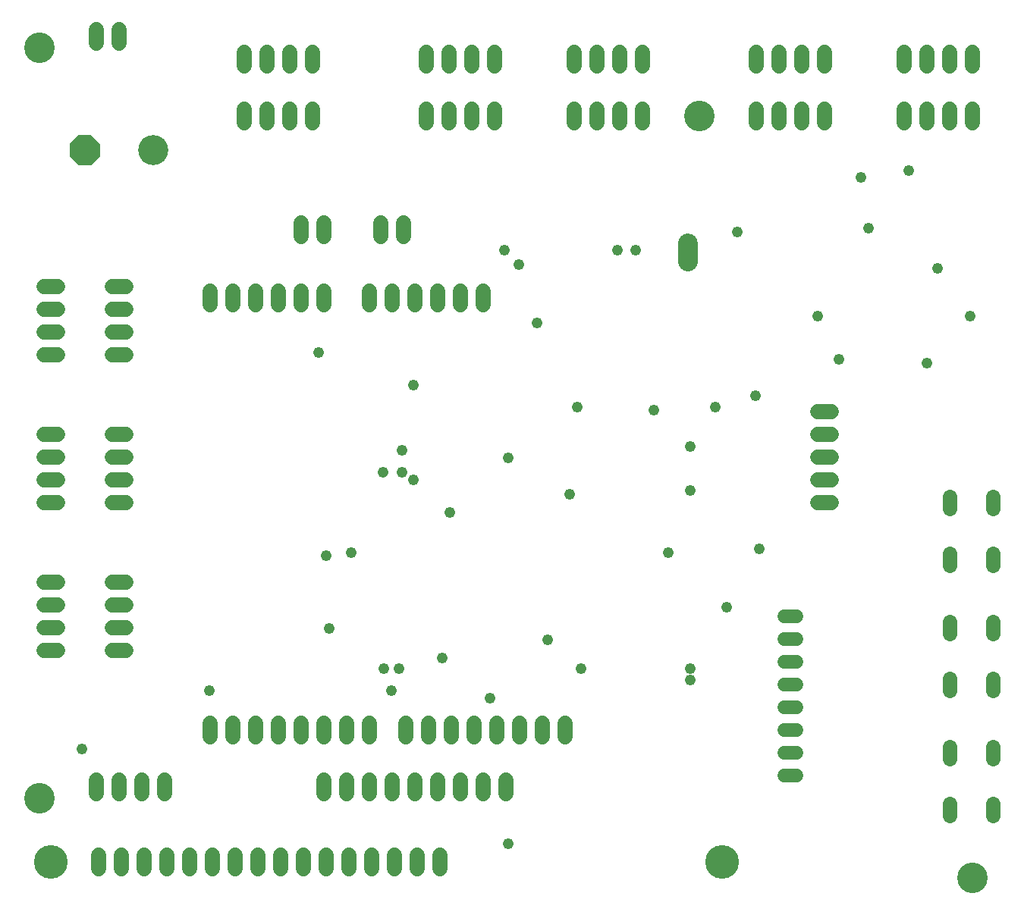
<source format=gbs>
G75*
G70*
%OFA0B0*%
%FSLAX24Y24*%
%IPPOS*%
%LPD*%
%AMOC8*
5,1,8,0,0,1.08239X$1,22.5*
%
%ADD10C,0.1340*%
%ADD11C,0.0680*%
%ADD12C,0.0634*%
%ADD13C,0.1480*%
%ADD14C,0.0860*%
%ADD15C,0.0600*%
%ADD16OC8,0.1320*%
%ADD17C,0.1320*%
%ADD18C,0.0480*%
%ADD19C,0.0476*%
D10*
X001772Y005601D03*
X030772Y035601D03*
X001772Y038601D03*
X042772Y002101D03*
D11*
X024872Y008301D02*
X024872Y008901D01*
X023872Y008901D02*
X023872Y008301D01*
X022872Y008301D02*
X022872Y008901D01*
X021872Y008901D02*
X021872Y008301D01*
X020872Y008301D02*
X020872Y008901D01*
X019872Y008901D02*
X019872Y008301D01*
X018872Y008301D02*
X018872Y008901D01*
X017872Y008901D02*
X017872Y008301D01*
X016272Y008301D02*
X016272Y008901D01*
X015272Y008901D02*
X015272Y008301D01*
X014272Y008301D02*
X014272Y008901D01*
X013272Y008901D02*
X013272Y008301D01*
X012272Y008301D02*
X012272Y008901D01*
X011272Y008901D02*
X011272Y008301D01*
X010272Y008301D02*
X010272Y008901D01*
X009272Y008901D02*
X009272Y008301D01*
X007272Y006401D02*
X007272Y005801D01*
X006272Y005801D02*
X006272Y006401D01*
X005272Y006401D02*
X005272Y005801D01*
X004272Y005801D02*
X004272Y006401D01*
X004372Y003101D02*
X004372Y002501D01*
X005372Y002501D02*
X005372Y003101D01*
X006372Y003101D02*
X006372Y002501D01*
X007372Y002501D02*
X007372Y003101D01*
X008372Y003101D02*
X008372Y002501D01*
X009372Y002501D02*
X009372Y003101D01*
X010372Y003101D02*
X010372Y002501D01*
X011372Y002501D02*
X011372Y003101D01*
X012372Y003101D02*
X012372Y002501D01*
X013372Y002501D02*
X013372Y003101D01*
X014372Y003101D02*
X014372Y002501D01*
X015372Y002501D02*
X015372Y003101D01*
X016372Y003101D02*
X016372Y002501D01*
X017372Y002501D02*
X017372Y003101D01*
X018372Y003101D02*
X018372Y002501D01*
X019372Y002501D02*
X019372Y003101D01*
X019272Y005801D02*
X019272Y006401D01*
X018272Y006401D02*
X018272Y005801D01*
X017272Y005801D02*
X017272Y006401D01*
X016272Y006401D02*
X016272Y005801D01*
X015272Y005801D02*
X015272Y006401D01*
X014272Y006401D02*
X014272Y005801D01*
X020272Y005801D02*
X020272Y006401D01*
X021272Y006401D02*
X021272Y005801D01*
X022272Y005801D02*
X022272Y006401D01*
X035972Y018601D02*
X036572Y018601D01*
X036572Y019601D02*
X035972Y019601D01*
X035972Y020601D02*
X036572Y020601D01*
X036572Y021601D02*
X035972Y021601D01*
X035972Y022601D02*
X036572Y022601D01*
X036272Y035301D02*
X036272Y035901D01*
X035272Y035901D02*
X035272Y035301D01*
X034272Y035301D02*
X034272Y035901D01*
X033272Y035901D02*
X033272Y035301D01*
X033272Y037801D02*
X033272Y038401D01*
X034272Y038401D02*
X034272Y037801D01*
X035272Y037801D02*
X035272Y038401D01*
X036272Y038401D02*
X036272Y037801D01*
X039772Y037801D02*
X039772Y038401D01*
X040772Y038401D02*
X040772Y037801D01*
X041772Y037801D02*
X041772Y038401D01*
X042772Y038401D02*
X042772Y037801D01*
X042772Y035901D02*
X042772Y035301D01*
X041772Y035301D02*
X041772Y035901D01*
X040772Y035901D02*
X040772Y035301D01*
X039772Y035301D02*
X039772Y035901D01*
X028272Y035901D02*
X028272Y035301D01*
X027272Y035301D02*
X027272Y035901D01*
X026272Y035901D02*
X026272Y035301D01*
X025272Y035301D02*
X025272Y035901D01*
X025272Y037801D02*
X025272Y038401D01*
X026272Y038401D02*
X026272Y037801D01*
X027272Y037801D02*
X027272Y038401D01*
X028272Y038401D02*
X028272Y037801D01*
X021772Y037801D02*
X021772Y038401D01*
X020772Y038401D02*
X020772Y037801D01*
X019772Y037801D02*
X019772Y038401D01*
X018772Y038401D02*
X018772Y037801D01*
X018772Y035901D02*
X018772Y035301D01*
X019772Y035301D02*
X019772Y035901D01*
X020772Y035901D02*
X020772Y035301D01*
X021772Y035301D02*
X021772Y035901D01*
X017772Y030901D02*
X017772Y030301D01*
X016772Y030301D02*
X016772Y030901D01*
X014272Y030901D02*
X014272Y030301D01*
X013272Y030301D02*
X013272Y030901D01*
X013272Y027901D02*
X013272Y027301D01*
X012272Y027301D02*
X012272Y027901D01*
X011272Y027901D02*
X011272Y027301D01*
X010272Y027301D02*
X010272Y027901D01*
X009272Y027901D02*
X009272Y027301D01*
X005572Y027101D02*
X004972Y027101D01*
X004972Y026101D02*
X005572Y026101D01*
X005572Y025101D02*
X004972Y025101D01*
X002572Y025101D02*
X001972Y025101D01*
X001972Y026101D02*
X002572Y026101D01*
X002572Y027101D02*
X001972Y027101D01*
X001972Y028101D02*
X002572Y028101D01*
X004972Y028101D02*
X005572Y028101D01*
X005572Y021601D02*
X004972Y021601D01*
X004972Y020601D02*
X005572Y020601D01*
X005572Y019601D02*
X004972Y019601D01*
X004972Y018601D02*
X005572Y018601D01*
X002572Y018601D02*
X001972Y018601D01*
X001972Y019601D02*
X002572Y019601D01*
X002572Y020601D02*
X001972Y020601D01*
X001972Y021601D02*
X002572Y021601D01*
X002572Y015101D02*
X001972Y015101D01*
X001972Y014101D02*
X002572Y014101D01*
X002572Y013101D02*
X001972Y013101D01*
X001972Y012101D02*
X002572Y012101D01*
X004972Y012101D02*
X005572Y012101D01*
X005572Y013101D02*
X004972Y013101D01*
X004972Y014101D02*
X005572Y014101D01*
X005572Y015101D02*
X004972Y015101D01*
X014272Y027301D02*
X014272Y027901D01*
X016272Y027901D02*
X016272Y027301D01*
X017272Y027301D02*
X017272Y027901D01*
X018272Y027901D02*
X018272Y027301D01*
X019272Y027301D02*
X019272Y027901D01*
X020272Y027901D02*
X020272Y027301D01*
X021272Y027301D02*
X021272Y027901D01*
X013772Y035301D02*
X013772Y035901D01*
X012772Y035901D02*
X012772Y035301D01*
X011772Y035301D02*
X011772Y035901D01*
X010772Y035901D02*
X010772Y035301D01*
X010772Y037801D02*
X010772Y038401D01*
X011772Y038401D02*
X011772Y037801D01*
X012772Y037801D02*
X012772Y038401D01*
X013772Y038401D02*
X013772Y037801D01*
X005272Y038801D02*
X005272Y039401D01*
X004272Y039401D02*
X004272Y038801D01*
D12*
X041772Y018878D02*
X041772Y018324D01*
X043647Y018324D02*
X043647Y018878D01*
X043647Y016378D02*
X043647Y015824D01*
X041772Y015824D02*
X041772Y016378D01*
X041772Y013378D02*
X041772Y012824D01*
X043647Y012824D02*
X043647Y013378D01*
X043647Y010878D02*
X043647Y010324D01*
X041772Y010324D02*
X041772Y010878D01*
X041772Y007878D02*
X041772Y007324D01*
X043647Y007324D02*
X043647Y007878D01*
X043647Y005378D02*
X043647Y004824D01*
X041772Y004824D02*
X041772Y005378D01*
D13*
X002272Y002801D03*
X031772Y002801D03*
D14*
X030272Y029211D02*
X030272Y029991D01*
D15*
X034512Y013601D02*
X035032Y013601D01*
X035032Y012601D02*
X034512Y012601D01*
X034512Y011601D02*
X035032Y011601D01*
X035032Y010601D02*
X034512Y010601D01*
X034512Y009601D02*
X035032Y009601D01*
X035032Y008601D02*
X034512Y008601D01*
X034512Y007601D02*
X035032Y007601D01*
X035032Y006601D02*
X034512Y006601D01*
D16*
X003772Y034101D03*
D17*
X006772Y034101D03*
D18*
X014032Y025221D03*
X018192Y023781D03*
X017712Y020901D03*
X017712Y019941D03*
X018192Y019621D03*
X019792Y018181D03*
X022352Y020581D03*
X025072Y018981D03*
X025392Y022821D03*
X028752Y022661D03*
X030352Y021061D03*
X031472Y022821D03*
X033232Y023301D03*
X036912Y024901D03*
X035952Y026821D03*
X038192Y030661D03*
X037872Y032901D03*
X039952Y033221D03*
X041232Y028901D03*
X042672Y026821D03*
X040752Y024741D03*
X032432Y030501D03*
X027952Y029701D03*
X027152Y029701D03*
X023632Y026501D03*
X022832Y029061D03*
X022192Y029701D03*
X030352Y019141D03*
X033392Y016581D03*
X031952Y014021D03*
X030352Y011301D03*
X030352Y010821D03*
X025552Y011301D03*
X024112Y012581D03*
X021552Y010021D03*
X019472Y011781D03*
X017552Y011301D03*
X016912Y011301D03*
X017232Y010341D03*
X014512Y013061D03*
X014352Y016261D03*
X015472Y016421D03*
X009232Y010341D03*
X003632Y007781D03*
X022352Y003621D03*
X029392Y016421D03*
D19*
X016872Y019951D03*
X016872Y019951D03*
M02*

</source>
